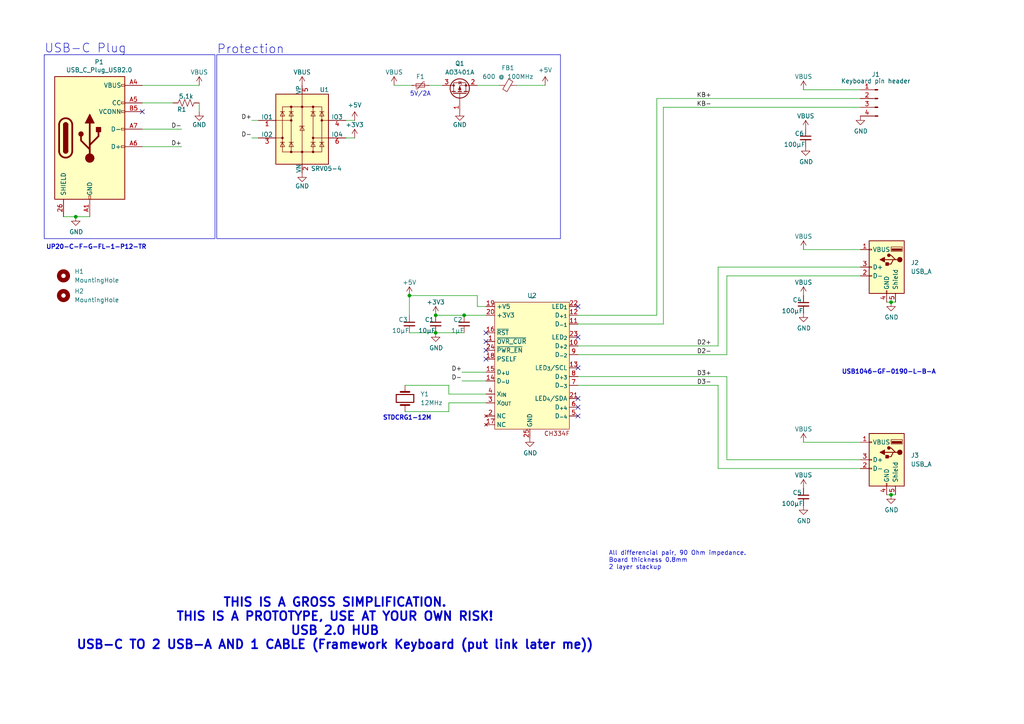
<source format=kicad_sch>
(kicad_sch (version 20231120) (generator "eeschema") (generator_version "8.0")
  (paper "A4")
  (lib_symbols
    (symbol "Connector:Conn_01x04_Pin" (pin_names (offset 1.016) hide)
      (property "Reference" "J" (at 0 5.08 0))
      (property "Value" "Conn_01x04_Pin" (at 0 -7.62 0))
      (symbol "Conn_01x04_Pin_1_1"
        (polyline (pts (xy 1.27 -5.08) (xy 0.8636 -5.08)) (stroke (width 0.1524)))
        (polyline (pts (xy 1.27 -2.54) (xy 0.8636 -2.54)) (stroke (width 0.1524)))
        (polyline (pts (xy 1.27 0) (xy 0.8636 0)) (stroke (width 0.1524)))
        (polyline (pts (xy 1.27 2.54) (xy 0.8636 2.54)) (stroke (width 0.1524)))
        (rectangle (start 0.8636 -4.953) (end 0 -5.207) (stroke (width 0.1524)) (fill (type outline)))
        (rectangle (start 0.8636 -2.413) (end 0 -2.667) (stroke (width 0.1524)) (fill (type outline)))
        (rectangle (start 0.8636 0.127) (end 0 -0.127) (stroke (width 0.1524)) (fill (type outline)))
        (rectangle (start 0.8636 2.667) (end 0 2.413) (stroke (width 0.1524)) (fill (type outline)))
        (pin passive line (at 5.08 2.54 180) (length 3.81) (name "Pin_1") (number "1"))
        (pin passive line (at 5.08 0 180) (length 3.81) (name "Pin_2") (number "2"))
        (pin passive line (at 5.08 -2.54 180) (length 3.81) (name "Pin_3") (number "3"))
        (pin passive line (at 5.08 -5.08 180) (length 3.81) (name "Pin_4") (number "4"))
      )
    )
    (symbol "Connector:USB_A" (pin_names (offset 1.016))
      (property "Reference" "J" (at -5.08 11.43 0))
      (property "Value" "USB_A" (at -5.08 8.89 0))
      (symbol "USB_A_0_1"
        (rectangle (start -5.08 -7.62) (end 5.08 7.62) (stroke (width 0.254)) (fill (type background)))
        (circle (center -3.81 2.159) (radius 0.635) (stroke (width 0.254)) (fill (type outline)))
        (rectangle (start -1.524 4.826) (end -4.318 5.334) (fill (type outline)))
        (rectangle (start -1.27 4.572) (end -4.572 5.842))
        (circle (center -0.635 3.429) (radius 0.381) (stroke (width 0.254)) (fill (type outline)))
        (rectangle (start -0.127 -7.62) (end 0.127 -6.858))
        (polyline (pts (xy -3.175 2.159) (xy -2.54 2.159) (xy -1.27 3.429) (xy -0.635 3.429)) (stroke (width 0.254)))
        (polyline (pts (xy -2.54 2.159) (xy -1.905 2.159) (xy -1.27 0.889) (xy 0 0.889)) (stroke (width 0.254)))
        (polyline (pts (xy 0.635 2.794) (xy 0.635 1.524) (xy 1.905 2.159) (xy 0.635 2.794)) (stroke (width 0.254)) (fill (type outline)))
        (rectangle (start 0.254 1.27) (end -0.508 0.508) (stroke (width 0.254)) (fill (type outline)))
        (rectangle (start 5.08 -2.667) (end 4.318 -2.413))
        (rectangle (start 5.08 -0.127) (end 4.318 0.127))
        (rectangle (start 5.08 4.953) (end 4.318 5.207))
      )
      (symbol "USB_A_1_1"
        (polyline (pts (xy -1.905 2.159) (xy 0.635 2.159)) (stroke (width 0.254)))
        (pin power_in line (at 7.62 5.08 180) (length 2.54) (name "VBUS") (number "1"))
        (pin bidirectional line (at 7.62 -2.54 180) (length 2.54) (name "D-") (number "2"))
        (pin bidirectional line (at 7.62 0 180) (length 2.54) (name "D+") (number "3"))
        (pin power_in line (at 0 -10.16 90) (length 2.54) (name "GND") (number "4"))
        (pin passive line (at -2.54 -10.16 90) (length 2.54) (name "Shield") (number "5"))
      )
    )
    (symbol "Device:C_Small" (pin_numbers hide) (pin_names (offset 0.254) hide)
      (property "Reference" "C" (at 0.254 1.778 0))
      (property "Value" "C_Small" (at 0.254 -2.032 0))
      (symbol "C_Small_0_1"
        (polyline (pts (xy -1.524 -0.508) (xy 1.524 -0.508)) (stroke (width 0.3302)))
        (polyline (pts (xy -1.524 0.508) (xy 1.524 0.508)) (stroke (width 0.3048)))
      )
      (symbol "C_Small_1_1"
        (pin passive line (at 0 2.54 270) (length 2.032) (name "~") (number "1"))
        (pin passive line (at 0 -2.54 90) (length 2.032) (name "~") (number "2"))
      )
    )
    (symbol "Device:Crystal" (pin_numbers hide) (pin_names (offset 1.016) hide)
      (property "Reference" "Y" (at 0 3.81 0))
      (property "Value" "Crystal" (at 0 -3.81 0))
      (symbol "Crystal_0_1"
        (rectangle (start -1.143 2.54) (end 1.143 -2.54) (stroke (width 0.3048)))
        (polyline (pts (xy -2.54 0) (xy -1.905 0)))
        (polyline (pts (xy -1.905 -1.27) (xy -1.905 1.27)) (stroke (width 0.508)))
        (polyline (pts (xy 1.905 -1.27) (xy 1.905 1.27)) (stroke (width 0.508)))
        (polyline (pts (xy 2.54 0) (xy 1.905 0)))
      )
      (symbol "Crystal_1_1"
        (pin passive line (at -3.81 0 0) (length 1.27) (name "1") (number "1"))
        (pin passive line (at 3.81 0 180) (length 1.27) (name "2") (number "2"))
      )
    )
    (symbol "Device:FerriteBead_Small" (pin_numbers hide) (pin_names (offset 0))
      (property "Reference" "FB" (at 1.905 1.27 0))
      (property "Value" "FerriteBead_Small" (at 1.905 -1.27 0))
      (symbol "FerriteBead_Small_0_1"
        (polyline (pts (xy 0 -1.27) (xy 0 -0.7874)))
        (polyline (pts (xy 0 0.889) (xy 0 1.2954)))
        (polyline (pts (xy -1.8288 0.2794) (xy -1.1176 1.4986) (xy 1.8288 -0.2032) (xy 1.1176 -1.4224) (xy -1.8288 0.2794)))
      )
      (symbol "FerriteBead_Small_1_1"
        (pin passive line (at 0 2.54 270) (length 1.27) (name "~") (number "1"))
        (pin passive line (at 0 -2.54 90) (length 1.27) (name "~") (number "2"))
      )
    )
    (symbol "Device:Polyfuse_Small" (pin_numbers hide) (pin_names (offset 0))
      (property "Reference" "F" (at -1.905 0 90))
      (property "Value" "Polyfuse_Small" (at 1.905 0 90))
      (symbol "Polyfuse_Small_0_1"
        (rectangle (start -0.508 1.27) (end 0.508 -1.27))
        (polyline (pts (xy 0 2.54) (xy 0 -2.54)))
        (polyline (pts (xy -1.016 1.27) (xy -1.016 0.762) (xy 1.016 -0.762) (xy 1.016 -1.27)))
      )
      (symbol "Polyfuse_Small_1_1"
        (pin passive line (at 0 2.54 270) (length 0.635) (name "~") (number "1"))
        (pin passive line (at 0 -2.54 90) (length 0.635) (name "~") (number "2"))
      )
    )
    (symbol "Device:R_US" (pin_numbers hide) (pin_names (offset 0))
      (property "Reference" "R" (at 2.54 0 90))
      (property "Value" "R_US" (at -2.54 0 90))
      (symbol "R_US_0_1"
        (polyline (pts (xy 0 -2.286) (xy 0 -2.54)))
        (polyline (pts (xy 0 2.286) (xy 0 2.54)))
        (polyline (pts (xy 0 -0.762) (xy 1.016 -1.143) (xy 0 -1.524) (xy -1.016 -1.905) (xy 0 -2.286)))
        (polyline (pts (xy 0 0.762) (xy 1.016 0.381) (xy 0 0) (xy -1.016 -0.381) (xy 0 -0.762)))
        (polyline (pts (xy 0 2.286) (xy 1.016 1.905) (xy 0 1.524) (xy -1.016 1.143) (xy 0 0.762)))
      )
      (symbol "R_US_1_1"
        (pin passive line (at 0 3.81 270) (length 1.27) (name "~") (number "1"))
        (pin passive line (at 0 -3.81 90) (length 1.27) (name "~") (number "2"))
      )
    )
    (symbol "JT_CH334F:CH334F"
      (property "Reference" "U" (at 0 2.54 0))
      (symbol "CH334F_0_1"
        (rectangle (start -10.16 1.27) (end 11.43 -35.56) (fill (type background)))
      )
      (symbol "CH334F_1_1"
        (text "CH334F" (at 7.874 -36.83 0) (effects (font (size 1.27 1.27))))
        (pin bidirectional line (at -12.7 -10.16 0) (length 2.54) (name "~{OVR_CUR}") (number "1"))
        (pin bidirectional line (at 13.97 -11.43 180) (length 2.54) (name "D_{+2}") (number "10"))
        (pin bidirectional line (at 13.97 -5.08 180) (length 2.54) (name "D_{-1}") (number "11"))
        (pin bidirectional line (at 13.97 -2.54 180) (length 2.54) (name "D_{+1}") (number "12"))
        (pin bidirectional line (at 13.97 -17.78 180) (length 2.54) (name "LED_{3}/SCL") (number "13"))
        (pin bidirectional line (at -12.7 -21.59 0) (length 2.54) (name "D_{-U}") (number "14"))
        (pin bidirectional line (at -12.7 -19.05 0) (length 2.54) (name "D_{+U}") (number "15"))
        (pin bidirectional line (at -12.7 -7.62 0) (length 2.54) (name "~{RST}") (number "16"))
        (pin no_connect line (at -12.7 -34.29 0) (length 2.54) (name "NC") (number "17"))
        (pin bidirectional line (at -12.7 -15.24 0) (length 2.54) (name "PSELF") (number "18"))
        (pin power_in line (at -12.7 0 0) (length 2.54) (name "+V5") (number "19"))
        (pin no_connect line (at -12.7 -31.75 0) (length 2.54) (name "NC") (number "2"))
        (pin power_out line (at -12.7 -2.54 0) (length 2.54) (name "+3V3") (number "20"))
        (pin bidirectional line (at 13.97 -26.67 180) (length 2.54) (name "LED_{4}/SDA") (number "21"))
        (pin bidirectional line (at 13.97 0 180) (length 2.54) (name "LED_{1}") (number "22"))
        (pin bidirectional line (at 13.97 -8.89 180) (length 2.54) (name "LED_{2}") (number "23"))
        (pin bidirectional line (at -12.7 -12.7 0) (length 2.54) (name "~{PWR_EN}") (number "24"))
        (pin power_in line (at 0 -38.1 90) (length 2.54) (name "GND") (number "25"))
        (pin bidirectional line (at -12.7 -27.94 0) (length 2.54) (name "X_{OUT}") (number "3"))
        (pin bidirectional line (at -12.7 -25.4 0) (length 2.54) (name "X_{IN}") (number "4"))
        (pin bidirectional line (at 13.97 -31.75 180) (length 2.54) (name "D_{-4}") (number "5"))
        (pin bidirectional line (at 13.97 -29.21 180) (length 2.54) (name "D_{+4}") (number "6"))
        (pin bidirectional line (at 13.97 -22.86 180) (length 2.54) (name "D_{-3}") (number "7"))
        (pin bidirectional line (at 13.97 -20.32 180) (length 2.54) (name "D_{+3}") (number "8"))
        (pin bidirectional line (at 13.97 -13.97 180) (length 2.54) (name "D_{-2}") (number "9"))
      )
    )
    (symbol "Mechanical:MountingHole" (pin_names (offset 1.016)) (exclude_from_sim yes) (in_bom no)
      (property "Reference" "H" (at 0 5.08 0))
      (property "Value" "MountingHole" (at 0 3.175 0))
      (symbol "MountingHole_0_1"
        (circle (center 0 0) (radius 1.27) (stroke (width 1.27)))
      )
    )
    (symbol "Power_Protection:SRV05-4" (pin_names (offset 0))
      (property "Reference" "U" (at -5.08 11.43 0))
      (property "Value" "SRV05-4" (at 2.54 11.43 0))
      (symbol "SRV05-4_0_0"
        (rectangle (start -5.715 6.477) (end 5.715 -6.604))
        (polyline (pts (xy -3.175 -6.604) (xy -3.175 6.477)))
        (polyline (pts (xy 3.175 6.477) (xy 3.175 -6.604)))
      )
      (symbol "SRV05-4_0_1"
        (rectangle (start -7.62 10.16) (end 7.62 -10.16) (stroke (width 0.254)) (fill (type background)))
        (circle (center -5.715 -2.54) (radius 0.2794) (fill (type outline)))
        (circle (center -3.175 -6.604) (radius 0.2794) (fill (type outline)))
        (circle (center -3.175 2.54) (radius 0.2794) (fill (type outline)))
        (circle (center -3.175 6.477) (radius 0.2794) (fill (type outline)))
        (circle (center 0 -6.604) (radius 0.2794) (fill (type outline)))
        (polyline (pts (xy -7.747 2.54) (xy -3.175 2.54)))
        (polyline (pts (xy -7.62 -2.54) (xy -5.715 -2.54)))
        (polyline (pts (xy -5.08 -3.81) (xy -6.35 -3.81)))
        (polyline (pts (xy -5.08 5.08) (xy -6.35 5.08)))
        (polyline (pts (xy -2.54 -3.81) (xy -3.81 -3.81)))
        (polyline (pts (xy -2.54 5.08) (xy -3.81 5.08)))
        (polyline (pts (xy 0 10.16) (xy 0 -10.16)))
        (polyline (pts (xy 3.81 -3.81) (xy 2.54 -3.81)))
        (polyline (pts (xy 3.81 5.08) (xy 2.54 5.08)))
        (polyline (pts (xy 6.35 -3.81) (xy 5.08 -3.81)))
        (polyline (pts (xy 6.35 5.08) (xy 5.08 5.08)))
        (polyline (pts (xy 7.62 -2.54) (xy 3.175 -2.54)))
        (polyline (pts (xy 7.62 2.54) (xy 5.715 2.54)))
        (polyline (pts (xy 0.635 0.889) (xy -0.635 0.889) (xy -0.635 0.635)))
        (polyline (pts (xy -5.08 -5.08) (xy -6.35 -5.08) (xy -5.715 -3.81) (xy -5.08 -5.08)))
        (polyline (pts (xy -5.08 3.81) (xy -6.35 3.81) (xy -5.715 5.08) (xy -5.08 3.81)))
        (polyline (pts (xy -2.54 -5.08) (xy -3.81 -5.08) (xy -3.175 -3.81) (xy -2.54 -5.08)))
        (polyline (pts (xy -2.54 3.81) (xy -3.81 3.81) (xy -3.175 5.08) (xy -2.54 3.81)))
        (polyline (pts (xy 0.635 -0.381) (xy -0.635 -0.381) (xy 0 0.889) (xy 0.635 -0.381)))
        (polyline (pts (xy 3.81 -5.08) (xy 2.54 -5.08) (xy 3.175 -3.81) (xy 3.81 -5.08)))
        (polyline (pts (xy 3.81 3.81) (xy 2.54 3.81) (xy 3.175 5.08) (xy 3.81 3.81)))
        (polyline (pts (xy 6.35 -5.08) (xy 5.08 -5.08) (xy 5.715 -3.81) (xy 6.35 -5.08)))
        (polyline (pts (xy 6.35 3.81) (xy 5.08 3.81) (xy 5.715 5.08) (xy 6.35 3.81)))
        (circle (center 0 6.477) (radius 0.2794) (fill (type outline)))
        (circle (center 3.175 -6.604) (radius 0.2794) (fill (type outline)))
        (circle (center 3.175 -2.54) (radius 0.2794) (fill (type outline)))
        (circle (center 3.175 6.477) (radius 0.2794) (fill (type outline)))
        (circle (center 5.715 2.54) (radius 0.2794) (fill (type outline)))
      )
      (symbol "SRV05-4_1_1"
        (pin passive line (at -12.7 2.54 0) (length 5.08) (name "IO1") (number "1"))
        (pin passive line (at 0 -12.7 90) (length 2.54) (name "VN") (number "2"))
        (pin passive line (at -12.7 -2.54 0) (length 5.08) (name "IO2") (number "3"))
        (pin passive line (at 12.7 2.54 180) (length 5.08) (name "IO3") (number "4"))
        (pin passive line (at 0 12.7 270) (length 2.54) (name "VP") (number "5"))
        (pin passive line (at 12.7 -2.54 180) (length 5.08) (name "IO4") (number "6"))
      )
    )
    (symbol "Transistor_FET:AO3401A" (pin_names hide)
      (property "Reference" "Q" (at 5.08 1.905 0))
      (property "Value" "AO3401A" (at 5.08 0 0))
      (symbol "AO3401A_0_1"
        (polyline (pts (xy 0.254 0) (xy -2.54 0)))
        (polyline (pts (xy 0.254 1.905) (xy 0.254 -1.905)) (stroke (width 0.254)))
        (polyline (pts (xy 0.762 -1.27) (xy 0.762 -2.286)) (stroke (width 0.254)))
        (polyline (pts (xy 0.762 0.508) (xy 0.762 -0.508)) (stroke (width 0.254)))
        (polyline (pts (xy 0.762 2.286) (xy 0.762 1.27)) (stroke (width 0.254)))
        (polyline (pts (xy 2.54 2.54) (xy 2.54 1.778)))
        (polyline (pts (xy 2.54 -2.54) (xy 2.54 0) (xy 0.762 0)))
        (polyline (pts (xy 0.762 1.778) (xy 3.302 1.778) (xy 3.302 -1.778) (xy 0.762 -1.778)))
        (polyline (pts (xy 2.286 0) (xy 1.27 0.381) (xy 1.27 -0.381) (xy 2.286 0)) (fill (type outline)))
        (polyline (pts (xy 2.794 -0.508) (xy 2.921 -0.381) (xy 3.683 -0.381) (xy 3.81 -0.254)))
        (polyline (pts (xy 3.302 -0.381) (xy 2.921 0.254) (xy 3.683 0.254) (xy 3.302 -0.381)))
        (circle (center 1.651 0) (radius 2.794) (stroke (width 0.254)))
        (circle (center 2.54 -1.778) (radius 0.254) (fill (type outline)))
        (circle (center 2.54 1.778) (radius 0.254) (fill (type outline)))
      )
      (symbol "AO3401A_1_1"
        (pin input line (at -5.08 0 0) (length 2.54) (name "G") (number "1"))
        (pin passive line (at 2.54 -5.08 90) (length 2.54) (name "S") (number "2"))
        (pin passive line (at 2.54 5.08 270) (length 2.54) (name "D") (number "3"))
      )
    )
    (symbol "_mykicadlib:USB_C_Plug_USB2.0" (pin_names (offset 1.016))
      (property "Reference" "USB1" (at 3.2894 21.59 0))
      (property "Value" "TYPEC-951-ARP24" (at 3.2894 19.05 0))
      (symbol "USB_C_Plug_USB2.0_0_0"
        (rectangle (start -0.254 -17.78) (end 0.254 -16.764))
        (rectangle (start 10.16 -2.286) (end 9.144 -2.794))
        (rectangle (start 10.16 2.794) (end 9.144 2.286))
        (rectangle (start 10.16 7.874) (end 9.144 7.366))
        (rectangle (start 10.16 10.414) (end 9.144 9.906))
        (rectangle (start 10.16 15.494) (end 9.144 14.986))
      )
      (symbol "USB_C_Plug_USB2.0_0_1"
        (rectangle (start -10.16 17.78) (end 10.16 -17.78) (stroke (width 0.254)) (fill (type background)))
        (arc (start -8.89 -3.81) (mid -6.985 -5.7067) (end -5.08 -3.81) (stroke (width 0.508)))
        (arc (start -7.62 -3.81) (mid -6.985 -4.4423) (end -6.35 -3.81) (stroke (width 0.254)))
        (arc (start -7.62 -3.81) (mid -6.985 -4.4423) (end -6.35 -3.81) (stroke (width 0.254)) (fill (type outline)))
        (rectangle (start -7.62 -3.81) (end -6.35 3.81) (stroke (width 0.254)) (fill (type outline)))
        (arc (start -6.35 3.81) (mid -6.985 4.4423) (end -7.62 3.81) (stroke (width 0.254)))
        (arc (start -6.35 3.81) (mid -6.985 4.4423) (end -7.62 3.81) (stroke (width 0.254)) (fill (type outline)))
        (arc (start -5.08 3.81) (mid -6.985 5.7067) (end -8.89 3.81) (stroke (width 0.508)))
        (circle (center -2.54 1.143) (radius 0.635) (stroke (width 0.254)) (fill (type outline)))
        (circle (center 0 -5.842) (radius 1.27) (fill (type outline)))
        (polyline (pts (xy -8.89 -3.81) (xy -8.89 3.81)) (stroke (width 0.508)))
        (polyline (pts (xy -5.08 3.81) (xy -5.08 -3.81)) (stroke (width 0.508)))
        (polyline (pts (xy 0 -5.842) (xy 0 4.318)) (stroke (width 0.508)))
        (polyline (pts (xy 0 -3.302) (xy -2.54 -0.762) (xy -2.54 0.508)) (stroke (width 0.508)))
        (polyline (pts (xy 0 -2.032) (xy 2.54 0.508) (xy 2.54 1.778)) (stroke (width 0.508)))
        (polyline (pts (xy -1.27 4.318) (xy 0 6.858) (xy 1.27 4.318) (xy -1.27 4.318)) (stroke (width 0.254)) (fill (type outline)))
        (rectangle (start 1.905 1.778) (end 3.175 3.048) (stroke (width 0.254)) (fill (type outline)))
      )
      (symbol "USB_C_Plug_USB2.0_1_1"
        (pin passive line (at -7.62 -22.86 90) (length 5.08) hide (name "SHIELD") (number "25"))
        (pin passive line (at -7.62 -22.86 90) (length 5.08) (name "SHIELD") (number "26"))
        (pin passive line (at 0 -22.86 90) (length 5.08) (name "GND") (number "A1"))
        (pin passive line (at 0 -22.86 90) (length 5.08) hide (name "GND") (number "A12"))
        (pin passive line (at 15.24 15.24 180) (length 5.08) (name "VBUS") (number "A4"))
        (pin bidirectional line (at 15.24 10.16 180) (length 5.08) (name "CC") (number "A5"))
        (pin bidirectional line (at 15.24 -2.54 180) (length 5.08) (name "D+") (number "A6"))
        (pin bidirectional line (at 15.24 2.54 180) (length 5.08) (name "D-") (number "A7"))
        (pin passive line (at 15.24 15.24 180) (length 5.08) hide (name "VBUS") (number "A9"))
        (pin passive line (at 0 -22.86 90) (length 5.08) hide (name "GND") (number "B1"))
        (pin passive line (at 0 -22.86 90) (length 5.08) hide (name "GND") (number "B12"))
        (pin passive line (at 15.24 15.24 180) (length 5.08) hide (name "VBUS") (number "B4"))
        (pin bidirectional line (at 15.24 7.62 180) (length 5.08) (name "VCONN") (number "B5"))
        (pin passive line (at 15.24 15.24 180) (length 5.08) hide (name "VBUS") (number "B9"))
      )
    )
    (symbol "power:+3V3" (power) (pin_numbers hide) (pin_names (offset 0) hide)
      (property "Value" "+3V3" (at 0 3.556 0))
      (symbol "+3V3_0_1"
        (polyline (pts (xy -0.762 1.27) (xy 0 2.54)))
        (polyline (pts (xy 0 0) (xy 0 2.54)))
        (polyline (pts (xy 0 2.54) (xy 0.762 1.27)))
      )
      (symbol "+3V3_1_1"
        (pin power_in line (at 0 0 90) (length 0) (name "~") (number "1"))
      )
    )
    (symbol "power:+5V" (power) (pin_numbers hide) (pin_names (offset 0) hide)
      (property "Value" "+5V" (at 0 3.556 0))
      (symbol "+5V_0_1"
        (polyline (pts (xy -0.762 1.27) (xy 0 2.54)))
        (polyline (pts (xy 0 0) (xy 0 2.54)))
        (polyline (pts (xy 0 2.54) (xy 0.762 1.27)))
      )
      (symbol "+5V_1_1"
        (pin power_in line (at 0 0 90) (length 0) (name "~") (number "1"))
      )
    )
    (symbol "power:GND" (power) (pin_names (offset 0))
      (property "Value" "GND" (at 0 -3.81 0))
      (symbol "GND_0_1"
        (polyline (pts (xy 0 0) (xy 0 -1.27) (xy 1.27 -1.27) (xy 0 -2.54) (xy -1.27 -1.27) (xy 0 -1.27)))
      )
      (symbol "GND_1_1"
        (pin power_in line (at 0 0 270) (length 0) hide (name "GND") (number "1"))
      )
    )
    (symbol "power:VBUS" (power) (pin_names (offset 0))
      (property "Value" "VBUS" (at 0 3.81 0))
      (symbol "VBUS_0_1"
        (polyline (pts (xy -0.762 1.27) (xy 0 2.54)))
        (polyline (pts (xy 0 0) (xy 0 2.54)))
        (polyline (pts (xy 0 2.54) (xy 0.762 1.27)))
      )
      (symbol "VBUS_1_1"
        (pin power_in line (at 0 0 90) (length 0) hide (name "VBUS") (number "1"))
      )
    )
  )
  (junction (at 126.365 96.52))
  (junction (at 118.745 85.725))
  (junction (at 258.445 87.63))
  (junction (at 134.62 91.44))
  (junction (at 126.365 91.44))
  (junction (at 21.971 62.865))
  (junction (at 258.445 143.51))
  (no_connect (at 140.97 101.6))
  (no_connect (at 167.64 120.65))
  (no_connect (at 140.97 96.52))
  (no_connect (at 140.97 104.14))
  (no_connect (at 167.64 106.68))
  (no_connect (at 167.64 115.57))
  (no_connect (at 140.97 99.06))
  (no_connect (at 167.64 88.9))
  (no_connect (at 41.275 32.385))
  (no_connect (at 167.64 97.79))
  (no_connect (at 167.64 118.11))
  (wire (pts (xy 208.28 135.89) (xy 249.555 135.89)))
  (wire (pts (xy 41.275 24.765) (xy 57.785 24.765)))
  (wire (pts (xy 167.64 109.22) (xy 210.82 109.22)))
  (wire (pts (xy 208.28 100.33) (xy 208.28 77.47)))
  (wire (pts (xy 73.025 34.925) (xy 74.93 34.925)))
  (wire (pts (xy 41.275 29.845) (xy 50.165 29.845)))
  (wire (pts (xy 126.365 91.44) (xy 134.62 91.44)))
  (wire (pts (xy 133.985 107.95) (xy 140.97 107.95)))
  (wire (pts (xy 167.64 111.76) (xy 208.28 111.76)))
  (wire (pts (xy 138.43 88.9) (xy 140.97 88.9)))
  (wire (pts (xy 208.28 77.47) (xy 249.555 77.47)))
  (wire (pts (xy 130.175 116.84) (xy 140.97 116.84)))
  (wire (pts (xy 210.82 102.87) (xy 210.82 80.01)))
  (wire (pts (xy 258.445 143.51) (xy 259.715 143.51)))
  (wire (pts (xy 167.64 102.87) (xy 210.82 102.87)))
  (wire (pts (xy 140.97 114.3) (xy 130.175 114.3)))
  (wire (pts (xy 257.175 87.63) (xy 258.445 87.63)))
  (wire (pts (xy 102.87 40.005) (xy 100.33 40.005)))
  (wire (pts (xy 130.175 111.76) (xy 117.475 111.76)))
  (wire (pts (xy 18.415 62.865) (xy 21.971 62.865)))
  (wire (pts (xy 138.43 85.725) (xy 118.745 85.725)))
  (wire (pts (xy 21.971 62.865) (xy 26.035 62.865)))
  (wire (pts (xy 124.46 24.765) (xy 128.27 24.765)))
  (wire (pts (xy 249.555 128.27) (xy 233.045 128.27)))
  (wire (pts (xy 130.175 114.3) (xy 130.175 111.76)))
  (wire (pts (xy 133.985 110.49) (xy 140.97 110.49)))
  (wire (pts (xy 117.475 119.38) (xy 130.175 119.38)))
  (wire (pts (xy 210.82 109.22) (xy 210.82 133.35)))
  (wire (pts (xy 258.445 87.63) (xy 259.715 87.63)))
  (wire (pts (xy 208.28 111.76) (xy 208.28 135.89)))
  (wire (pts (xy 118.745 96.52) (xy 126.365 96.52)))
  (wire (pts (xy 167.64 100.33) (xy 208.28 100.33)))
  (wire (pts (xy 167.64 91.44) (xy 190.5 91.44)))
  (wire (pts (xy 134.62 91.44) (xy 140.97 91.44)))
  (wire (pts (xy 126.365 96.52) (xy 134.62 96.52)))
  (wire (pts (xy 257.175 143.51) (xy 258.445 143.51)))
  (wire (pts (xy 57.785 29.845) (xy 57.785 32.385)))
  (wire (pts (xy 190.5 28.575) (xy 249.555 28.575)))
  (wire (pts (xy 210.82 80.01) (xy 249.555 80.01)))
  (wire (pts (xy 192.405 31.115) (xy 249.555 31.115)))
  (wire (pts (xy 249.555 26.035) (xy 233.045 26.035)))
  (wire (pts (xy 130.175 119.38) (xy 130.175 116.84)))
  (wire (pts (xy 190.5 91.44) (xy 190.5 28.575)))
  (wire (pts (xy 192.405 93.98) (xy 192.405 31.115)))
  (wire (pts (xy 138.43 24.765) (xy 144.78 24.765)))
  (wire (pts (xy 149.86 24.765) (xy 158.115 24.765)))
  (wire (pts (xy 167.64 93.98) (xy 192.405 93.98)))
  (wire (pts (xy 138.43 88.9) (xy 138.43 85.725)))
  (wire (pts (xy 73.025 40.005) (xy 74.93 40.005)))
  (wire (pts (xy 210.82 133.35) (xy 249.555 133.35)))
  (wire (pts (xy 41.275 42.545) (xy 52.705 42.545)))
  (wire (pts (xy 118.745 85.725) (xy 118.745 91.44)))
  (wire (pts (xy 114.3 24.765) (xy 119.38 24.765)))
  (wire (pts (xy 102.87 34.925) (xy 100.33 34.925)))
  (wire (pts (xy 41.275 37.465) (xy 52.705 37.465)))
  (wire (pts (xy 249.555 72.39) (xy 233.045 72.39)))
  (rectangle (start 12.827 15.875) (end 62.357 69.215))
  (rectangle (start 62.865 15.875) (end 162.56 69.215))
  (text "USB-C Plug" (at 12.827 15.621 0) (effects (font (size 2.54 2.54)) (justify left bottom)))
  (text "USB1046-GF-0190-L-B-A" (at 257.81 107.95 0) (effects (font (size 1.27 1.27) (thickness 0.254) (bold yes))))
  (text "Protection" (at 62.865 15.875 0) (effects (font (size 2.54 2.54)) (justify left bottom)))
  (text "5V/2A" (at 121.92 27.305 0) (effects (font (size 1.27 1.27))))
  (text "THIS IS A GROSS SIMPLIFICATION.\nTHIS IS A PROTOTYPE, USE AT YOUR OWN RISK!\nUSB 2.0 HUB\nUSB-C TO 2 USB-A AND 1 CABLE (Framework Keyboard (put link later me))" (at 97.155 180.975 0) (effects (font (size 2.54 2.54) (thickness 0.508) (bold yes))))
  (text "All differencial pair, 90 Ohm impedance.\nBoard thickness 0.8mm\n2 layer stackup" (at 176.53 162.56 0) (effects (font (size 1.27 1.27)) (justify left)))
  (text "STDCRG1-12M\n" (at 118.11 121.285 0) (effects (font (size 1.27 1.27) (thickness 0.254) (bold yes))))
  (text "UP20-C-F-G-FL-1-P12-TR" (at 27.94 71.755 0) (effects (font (size 1.27 1.27) (thickness 0.254) (bold yes))))
  (label "D3+" (at 206.375 109.22 180))
  (label "D-" (at 133.985 110.49 180))
  (label "D+" (at 133.985 107.95 180))
  (label "D-" (at 52.705 37.465 180))
  (label "KB+" (at 206.375 28.575 180))
  (label "D-" (at 73.025 40.005 180))
  (label "D+" (at 73.025 34.925 180))
  (label "D3-" (at 206.375 111.76 180))
  (label "D2-" (at 206.375 102.87 180))
  (label "KB-" (at 206.375 31.115 180))
  (label "D+" (at 52.705 42.545 180))
  (label "D2+" (at 206.375 100.33 180))
  (symbol (lib_id "power:GND") (at 87.63 50.165 0) (unit 1)
    (property "Reference" "#PWR05" (effects (hide yes)))
    (property "Value" "GND" (at 87.63 53.975 0))
  )
  (symbol (lib_id "power:+3V3") (at 126.365 91.44 0) (unit 1)
    (property "Reference" "#PWR013" (effects (hide yes)))
    (property "Value" "+3V3" (at 126.365 87.63 0))
    (property "Description" "Power symbol creates a global label with name \"+3V3\"" (effects (hide yes)))
  )
  (symbol (lib_id "Power_Protection:SRV05-4") (at 87.63 37.465 0) (unit 1)
    (property "Reference" "U1" (at 92.71 26.035 0) (effects (justify left)))
    (property "Value" "SRV05-4" (at 90.17 48.895 0) (effects (justify left)))
    (property "Footprint" "Package_TO_SOT_SMD:SOT-23-6" (effects (hide yes)))
    (property "Datasheet" "http://www.onsemi.com/pub/Collateral/SRV05-4-D.PDF" (effects (hide yes)))
  )
  (symbol (lib_id "Device:C_Small") (at 233.68 40.005 0) (unit 1)
    (property "Reference" "C6" (at 230.505 38.735 0) (effects (justify left)))
    (property "Value" "100µF" (at 227.33 41.91 0) (effects (justify left)))
    (property "Footprint" "Capacitor_SMD:C_1206_3216Metric" (effects (hide yes)))
    (property "Description" "Unpolarized capacitor, small symbol" (effects (hide yes)))
  )
  (symbol (lib_id "power:VBUS") (at 233.045 85.725 0) (unit 1)
    (property "Reference" "#PWR023" (effects (hide yes)))
    (property "Value" "VBUS" (at 233.045 81.915 0))
  )
  (symbol (lib_id "power:GND") (at 233.045 146.685 0) (unit 1)
    (property "Reference" "#PWR021" (effects (hide yes)))
    (property "Value" "GND" (at 233.172 151.0792 0))
  )
  (symbol (lib_id "JT_CH334F:CH334F") (at 153.67 88.9 0) (unit 1)
    (property "Reference" "U2" (at 154.305 85.725 0))
    (property "Value" "~" (at 154.412 86.36 0))
    (property "Footprint" "Package_DFN_QFN:HVQFN-24-1EP_4x4mm_P0.5mm_EP2.6x2.6mm" (effects (hide yes)))
  )
  (symbol (lib_id "Device:C_Small") (at 118.745 93.98 0) (unit 1)
    (property "Reference" "C3" (at 115.57 92.71 0) (effects (justify left)))
    (property "Value" "10µF" (at 113.665 95.885 0) (effects (justify left)))
    (property "Footprint" "Capacitor_SMD:C_0603_1608Metric" (effects (hide yes)))
    (property "Description" "Unpolarized capacitor, small symbol" (effects (hide yes)))
  )
  (symbol (lib_id "Device:FerriteBead_Small") (at 147.32 24.765 90) (unit 1)
    (property "Reference" "FB1" (at 147.32 19.685 90))
    (property "Value" "600 @ 100MHz" (at 147.32 22.225 90))
    (property "Footprint" "Resistor_SMD:R_0805_2012Metric_Pad1.20x1.40mm_HandSolder" (effects (hide yes)))
  )
  (symbol (lib_id "Device:Crystal") (at 117.475 115.57 90) (unit 1)
    (property "Reference" "Y1" (at 121.92 114.2999 90) (effects (justify right)))
    (property "Value" "12MHz" (at 121.92 116.8399 90) (effects (justify right)))
    (property "Footprint" "Crystal:Crystal_SMD_3225-4Pin_3.2x2.5mm" (effects (hide yes)))
    (property "Description" "Two pin crystal" (effects (hide yes)))
  )
  (symbol (lib_id "power:VBUS") (at 114.3 24.765 0) (unit 1)
    (property "Reference" "#PWR08" (effects (hide yes)))
    (property "Value" "VBUS" (at 114.3 20.955 0))
  )
  (symbol (lib_id "power:+5V") (at 118.745 85.725 0) (unit 1)
    (property "Reference" "#PWR012" (effects (hide yes)))
    (property "Value" "+5V" (at 118.745 81.915 0))
    (property "Description" "Power symbol creates a global label with name \"+5V\"" (effects (hide yes)))
  )
  (symbol (lib_id "power:GND") (at 233.68 42.545 0) (unit 1)
    (property "Reference" "#PWR026" (effects (hide yes)))
    (property "Value" "GND" (at 233.807 46.9392 0))
  )
  (symbol (lib_id "power:+5V") (at 158.115 24.765 0) (unit 1)
    (property "Reference" "#PWR010" (effects (hide yes)))
    (property "Value" "+5V" (at 158.115 20.32 0))
    (property "Description" "Power symbol creates a global label with name \"+5V\"" (effects (hide yes)))
  )
  (symbol (lib_id "power:GND") (at 21.971 62.865 0) (unit 1)
    (property "Reference" "#PWR01" (effects (hide yes)))
    (property "Value" "GND" (at 22.098 67.2592 0))
  )
  (symbol (lib_id "power:VBUS") (at 233.045 26.035 0) (unit 1)
    (property "Reference" "#PWR019" (effects (hide yes)))
    (property "Value" "VBUS" (at 233.045 22.225 0))
  )
  (symbol (lib_id "power:GND") (at 258.445 143.51 0) (unit 1)
    (property "Reference" "#PWR017" (effects (hide yes)))
    (property "Value" "GND" (at 258.572 147.9042 0))
  )
  (symbol (lib_id "Device:C_Small") (at 134.62 93.98 0) (unit 1)
    (property "Reference" "C2" (at 131.445 92.71 0) (effects (justify left)))
    (property "Value" "1µF" (at 130.81 95.885 0) (effects (justify left)))
    (property "Footprint" "Capacitor_SMD:C_0603_1608Metric" (effects (hide yes)))
    (property "Description" "Unpolarized capacitor, small symbol" (effects (hide yes)))
  )
  (symbol (lib_id "power:GND") (at 57.785 32.385 0) (unit 1)
    (property "Reference" "#PWR03" (effects (hide yes)))
    (property "Value" "GND" (at 57.785 36.195 0))
  )
  (symbol (lib_id "_mykicadlib:USB_C_Plug_USB2.0") (at 26.035 40.005 0) (unit 1)
    (property "Reference" "P1" (at 28.7528 17.9832 0))
    (property "Value" "USB_C_Plug_USB2.0" (at 28.7528 20.2946 0))
    (property "Footprint" "JT_USB_C_PLUG2-0:UP20-C-F-G-FL-1-P12-TR" (effects (hide yes)))
    (property "Datasheet" "https://datasheet.lcsc.com/lcsc/2108150030_XUNPU-TYPEC-951-ARP24_C2856663.pdf" (effects (hide yes)))
    (property "MPN" "C2856663" (effects (hide yes)))
    (property "alternative" "C530607" (effects (hide yes)))
  )
  (symbol (lib_id "Connector:USB_A") (at 257.175 77.47 0) (mirror y) (unit 1)
    (property "Reference" "J2" (at 264.16 76.1999 0) (effects (justify right)))
    (property "Value" "USB_A" (at 264.16 78.7399 0) (effects (justify right)))
    (property "Footprint" "Connector_USB:USB_A_Receptacle_GCT_USB1046" (effects (hide yes)))
    (property "Description" "USB Type A connector" (effects (hide yes)))
  )
  (symbol (lib_id "Device:R_US") (at 53.975 29.845 90) (unit 1)
    (property "Reference" "R1" (at 52.705 31.75 90))
    (property "Value" "5.1k" (at 53.975 27.94 90))
    (property "Footprint" "Resistor_SMD:R_0603_1608Metric" (effects (hide yes)))
    (property "Description" "Resistor, US symbol" (effects (hide yes)))
  )
  (symbol (lib_id "power:GND") (at 258.445 87.63 0) (unit 1)
    (property "Reference" "#PWR016" (effects (hide yes)))
    (property "Value" "GND" (at 258.572 92.0242 0))
  )
  (symbol (lib_id "power:+3V3") (at 102.87 40.005 0) (unit 1)
    (property "Reference" "#PWR07" (effects (hide yes)))
    (property "Value" "+3V3" (at 102.87 36.195 0))
    (property "Description" "Power symbol creates a global label with name \"+3V3\"" (effects (hide yes)))
  )
  (symbol (lib_id "power:GND") (at 126.365 96.52 0) (unit 1)
    (property "Reference" "#PWR014" (effects (hide yes)))
    (property "Value" "GND" (at 126.492 100.9142 0))
  )
  (symbol (lib_id "power:GND") (at 133.35 32.385 0) (unit 1)
    (property "Reference" "#PWR09" (effects (hide yes)))
    (property "Value" "GND" (at 133.35 36.195 0))
  )
  (symbol (lib_id "power:VBUS") (at 233.045 141.605 0) (unit 1)
    (property "Reference" "#PWR022" (effects (hide yes)))
    (property "Value" "VBUS" (at 233.045 137.795 0))
  )
  (symbol (lib_id "power:VBUS") (at 233.045 128.27 0) (unit 1)
    (property "Reference" "#PWR018" (effects (hide yes)))
    (property "Value" "VBUS" (at 233.045 124.46 0))
  )
  (symbol (lib_id "Connector:USB_A") (at 257.175 133.35 0) (mirror y) (unit 1)
    (property "Reference" "J3" (at 264.16 132.0799 0) (effects (justify right)))
    (property "Value" "USB_A" (at 264.16 134.6199 0) (effects (justify right)))
    (property "Footprint" "Connector_USB:USB_A_Receptacle_GCT_USB1046" (effects (hide yes)))
    (property "Description" "USB Type A connector" (effects (hide yes)))
  )
  (symbol (lib_id "power:VBUS") (at 233.68 37.465 0) (unit 1)
    (property "Reference" "#PWR025" (effects (hide yes)))
    (property "Value" "VBUS" (at 233.68 33.655 0))
  )
  (symbol (lib_id "power:VBUS") (at 57.785 24.765 0) (unit 1)
    (property "Reference" "#PWR02" (effects (hide yes)))
    (property "Value" "VBUS" (at 57.785 20.955 0))
  )
  (symbol (lib_id "Connector:Conn_01x04_Pin") (at 254.635 28.575 0) (mirror y) (unit 1)
    (property "Reference" "J1" (at 254 21.59 0))
    (property "Value" "Keyboard pin header" (at 254 23.495 0))
    (property "Footprint" "Connector_PinHeader_1.00mm:PinHeader_1x04_P1.00mm_Vertical_SMD_Pin1Left" (effects (hide yes)))
    (property "Description" "Generic connector, single row, 01x04, script generated" (effects (hide yes)))
  )
  (symbol (lib_id "Device:C_Small") (at 126.365 93.98 0) (unit 1)
    (property "Reference" "C1" (at 123.19 92.71 0) (effects (justify left)))
    (property "Value" "10µF" (at 121.285 95.885 0) (effects (justify left)))
    (property "Footprint" "Capacitor_SMD:C_0603_1608Metric" (effects (hide yes)))
    (property "Description" "Unpolarized capacitor, small symbol" (effects (hide yes)))
  )
  (symbol (lib_id "power:+5V") (at 102.87 34.925 0) (unit 1)
    (property "Reference" "#PWR06" (effects (hide yes)))
    (property "Value" "+5V" (at 102.87 30.48 0))
    (property "Description" "Power symbol creates a global label with name \"+5V\"" (effects (hide yes)))
  )
  (symbol (lib_id "Device:C_Small") (at 233.045 144.145 0) (unit 1)
    (property "Reference" "C5" (at 229.87 142.875 0) (effects (justify left)))
    (property "Value" "100µF" (at 226.695 146.05 0) (effects (justify left)))
    (property "Footprint" "Capacitor_SMD:C_1206_3216Metric" (effects (hide yes)))
    (property "Description" "Unpolarized capacitor, small symbol" (effects (hide yes)))
  )
  (symbol (lib_id "power:GND") (at 249.555 33.655 0) (unit 1)
    (property "Reference" "#PWR020" (effects (hide yes)))
    (property "Value" "GND" (at 249.682 38.0492 0))
  )
  (symbol (lib_id "power:GND") (at 153.67 127 0) (unit 1)
    (property "Reference" "#PWR011" (effects (hide yes)))
    (property "Value" "GND" (at 153.797 131.3942 0))
  )
  (symbol (lib_id "Transistor_FET:AO3401A") (at 133.35 27.305 90) (unit 1)
    (property "Reference" "Q1" (at 133.35 18.415 90))
    (property "Value" "AO3401A" (at 133.35 20.955 90))
    (property "Footprint" "Package_TO_SOT_SMD:SOT-23" (effects (hide yes)))
    (property "Datasheet" "http://www.aosmd.com/pdfs/datasheet/AO3401A.pdf" (effects (hide yes)))
  )
  (symbol (lib_id "Device:C_Small") (at 233.045 88.265 0) (unit 1)
    (property "Reference" "C4" (at 229.87 86.995 0) (effects (justify left)))
    (property "Value" "100µF" (at 226.695 90.17 0) (effects (justify left)))
    (property "Footprint" "Capacitor_SMD:C_1206_3216Metric" (effects (hide yes)))
    (property "Description" "Unpolarized capacitor, small symbol" (effects (hide yes)))
  )
  (symbol (lib_id "power:VBUS") (at 233.045 72.39 0) (unit 1)
    (property "Reference" "#PWR015" (effects (hide yes)))
    (property "Value" "VBUS" (at 233.045 68.58 0))
  )
  (symbol (lib_id "power:VBUS") (at 87.63 24.765 0) (unit 1)
    (property "Reference" "#PWR04" (effects (hide yes)))
    (property "Value" "VBUS" (at 87.63 20.955 0))
  )
  (symbol (lib_id "Mechanical:MountingHole") (at 18.415 85.725 0) (unit 1) (exclude_from_sim yes) (in_bom no)
    (property "Reference" "H2" (at 21.59 84.4549 0) (effects (justify left)))
    (property "Value" "MountingHole" (at 21.59 86.9949 0) (effects (justify left)))
    (property "Footprint" "MountingHole:MountingHole_2.2mm_M2" (effects (hide yes)))
    (property "Description" "Mounting Hole without connection" (effects (hide yes)))
  )
  (symbol (lib_id "power:GND") (at 233.045 90.805 0) (unit 1)
    (property "Reference" "#PWR024" (effects (hide yes)))
    (property "Value" "GND" (at 233.172 95.1992 0))
  )
  (symbol (lib_id "Mechanical:MountingHole") (at 18.415 80.01 0) (unit 1) (exclude_from_sim yes) (in_bom no)
    (property "Reference" "H1" (at 21.59 78.7399 0) (effects (justify left)))
    (property "Value" "MountingHole" (at 21.59 81.2799 0) (effects (justify left)))
    (property "Footprint" "MountingHole:MountingHole_2.2mm_M2" (effects (hide yes)))
    (property "Description" "Mounting Hole without connection" (effects (hide yes)))
  )
  (symbol (lib_id "Device:Polyfuse_Small") (at 121.92 24.765 90) (unit 1)
    (property "Reference" "F1" (at 121.92 22.225 90))
    (property "Value" "SMD0805B110TF" (effects (hide yes)))
    (property "Footprint" "Fuse:Fuse_0805_2012Metric" (effects (hide yes)))
  )
)
</source>
